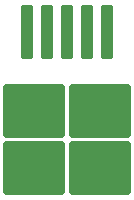
<source format=gbr>
%TF.GenerationSoftware,KiCad,Pcbnew,9.0.7*%
%TF.CreationDate,2026-02-03T14:25:51+01:00*%
%TF.ProjectId,lokho2-base,6c6f6b68-6f32-42d6-9261-73652e6b6963,rev?*%
%TF.SameCoordinates,Original*%
%TF.FileFunction,Paste,Top*%
%TF.FilePolarity,Positive*%
%FSLAX46Y46*%
G04 Gerber Fmt 4.6, Leading zero omitted, Abs format (unit mm)*
G04 Created by KiCad (PCBNEW 9.0.7) date 2026-02-03 14:25:51*
%MOMM*%
%LPD*%
G01*
G04 APERTURE LIST*
G04 Aperture macros list*
%AMRoundRect*
0 Rectangle with rounded corners*
0 $1 Rounding radius*
0 $2 $3 $4 $5 $6 $7 $8 $9 X,Y pos of 4 corners*
0 Add a 4 corners polygon primitive as box body*
4,1,4,$2,$3,$4,$5,$6,$7,$8,$9,$2,$3,0*
0 Add four circle primitives for the rounded corners*
1,1,$1+$1,$2,$3*
1,1,$1+$1,$4,$5*
1,1,$1+$1,$6,$7*
1,1,$1+$1,$8,$9*
0 Add four rect primitives between the rounded corners*
20,1,$1+$1,$2,$3,$4,$5,0*
20,1,$1+$1,$4,$5,$6,$7,0*
20,1,$1+$1,$6,$7,$8,$9,0*
20,1,$1+$1,$8,$9,$2,$3,0*%
G04 Aperture macros list end*
%ADD10RoundRect,0.250000X-2.375000X2.025000X-2.375000X-2.025000X2.375000X-2.025000X2.375000X2.025000X0*%
%ADD11RoundRect,0.250000X-0.300000X2.050000X-0.300000X-2.050000X0.300000X-2.050000X0.300000X2.050000X0*%
G04 APERTURE END LIST*
D10*
%TO.C,U1*%
X182775000Y-119075000D03*
X177225000Y-119075000D03*
X182775000Y-123925000D03*
X177225000Y-123925000D03*
D11*
X183400000Y-112350000D03*
X181700000Y-112350000D03*
X180000000Y-112350000D03*
X178300000Y-112350000D03*
X176600000Y-112350000D03*
%TD*%
M02*

</source>
